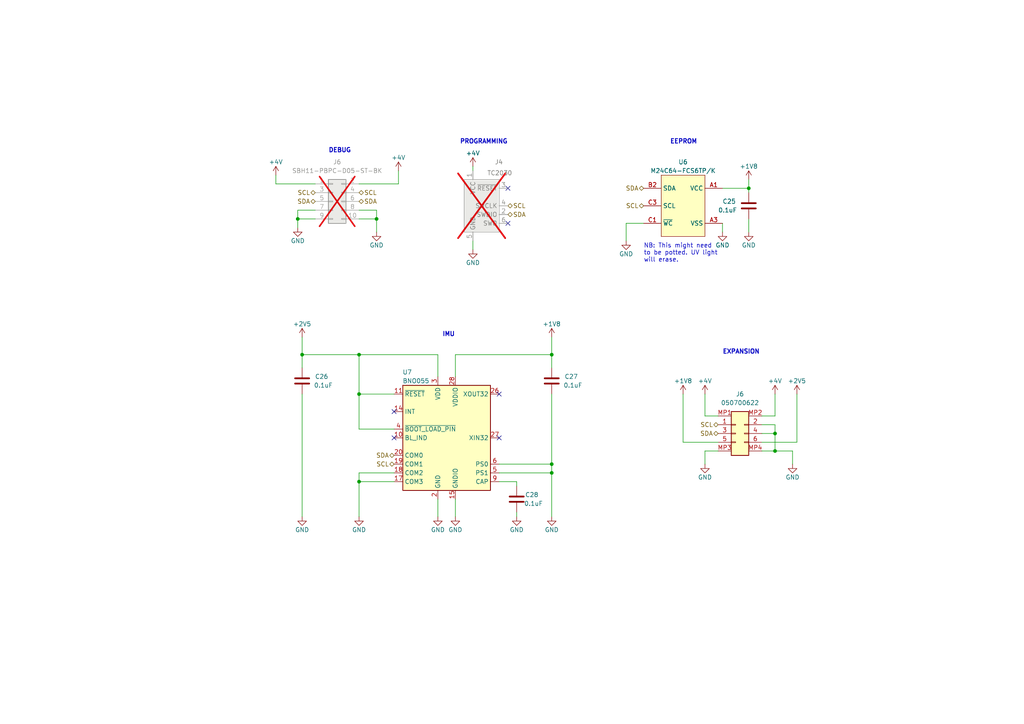
<source format=kicad_sch>
(kicad_sch (version 20230121) (generator eeschema)
  (paper "A4")
  (title_block (title "ONIX Neuropixels 2.0 Economical Headstage") (rev "B") (company "Open Ephys, Inc") (comment 1 "Jonathan P. Newman"))
  (lib_symbols
    (symbol "Connector:Conn_ARM_SWD_TagConnect_TC2030" (in_bom no)
      (property "Reference" "J" (at 2.54 11.43 0))
      (property "Value" "Conn_ARM_SWD_TagConnect_TC2030" (at 5.08 8.89 0))
      (symbol "Conn_ARM_SWD_TagConnect_TC2030_0_0"
        (pin power_in line (at -2.54 10.16 270) (length 2.54) (name "VCC") (number "1"))
        (pin bidirectional line (at 7.62 -2.54 180) (length 2.54) (name "SWDIO") (number "2"))
        (pin open_collector line (at 7.62 5.08 180) (length 2.54) (name "~{RESET}") (number "3"))
        (pin output line (at 7.62 0 180) (length 2.54) (name "SWCLK") (number "4"))
        (pin power_in line (at -2.54 -10.16 90) (length 2.54) (name "GND") (number "5"))
        (pin input line (at 7.62 -5.08 180) (length 2.54) (name "SWO") (number "6"))
      )
      (symbol "Conn_ARM_SWD_TagConnect_TC2030_0_1"
        (rectangle (start -5.08 7.62) (end 5.08 -7.62) (fill (type background)))
      )
    )
    (symbol "Connector_Generic:Conn_02x05_Odd_Even" (pin_names (offset 1.016) hide)
      (property "Reference" "J" (at 1.27 7.62 0))
      (property "Value" "Conn_02x05_Odd_Even" (at 1.27 -7.62 0))
      (symbol "Conn_02x05_Odd_Even_1_1"
        (rectangle (start -1.27 -4.953) (end 0 -5.207) (stroke (width 0.1524)))
        (rectangle (start -1.27 -2.413) (end 0 -2.667) (stroke (width 0.1524)))
        (rectangle (start -1.27 0.127) (end 0 -0.127) (stroke (width 0.1524)))
        (rectangle (start -1.27 2.667) (end 0 2.413) (stroke (width 0.1524)))
        (rectangle (start -1.27 5.207) (end 0 4.953) (stroke (width 0.1524)))
        (rectangle (start -1.27 6.35) (end 3.81 -6.35) (stroke (width 0.254)) (fill (type background)))
        (rectangle (start 3.81 -4.953) (end 2.54 -5.207) (stroke (width 0.1524)))
        (rectangle (start 3.81 -2.413) (end 2.54 -2.667) (stroke (width 0.1524)))
        (rectangle (start 3.81 0.127) (end 2.54 -0.127) (stroke (width 0.1524)))
        (rectangle (start 3.81 2.667) (end 2.54 2.413) (stroke (width 0.1524)))
        (rectangle (start 3.81 5.207) (end 2.54 4.953) (stroke (width 0.1524)))
        (pin passive line (at -5.08 5.08 0) (length 3.81) (name "Pin_1") (number "1"))
        (pin passive line (at 7.62 -5.08 180) (length 3.81) (name "Pin_10") (number "10"))
        (pin passive line (at 7.62 5.08 180) (length 3.81) (name "Pin_2") (number "2"))
        (pin passive line (at -5.08 2.54 0) (length 3.81) (name "Pin_3") (number "3"))
        (pin passive line (at 7.62 2.54 180) (length 3.81) (name "Pin_4") (number "4"))
        (pin passive line (at -5.08 0 0) (length 3.81) (name "Pin_5") (number "5"))
        (pin passive line (at 7.62 0 180) (length 3.81) (name "Pin_6") (number "6"))
        (pin passive line (at -5.08 -2.54 0) (length 3.81) (name "Pin_7") (number "7"))
        (pin passive line (at 7.62 -2.54 180) (length 3.81) (name "Pin_8") (number "8"))
        (pin passive line (at -5.08 -5.08 0) (length 3.81) (name "Pin_9") (number "9"))
      )
    )
    (symbol "Device:C" (pin_numbers hide) (pin_names (offset 0.254))
      (property "Reference" "C" (at 0.635 2.54 0))
      (property "Value" "C" (at 0.635 -2.54 0))
      (symbol "C_0_1"
        (polyline (pts (xy -2.032 -0.762) (xy 2.032 -0.762)) (stroke (width 0.508)))
        (polyline (pts (xy -2.032 0.762) (xy 2.032 0.762)) (stroke (width 0.508)))
      )
      (symbol "C_1_1"
        (pin passive line (at 0 3.81 270) (length 2.794) (name "~") (number "1"))
        (pin passive line (at 0 -3.81 90) (length 2.794) (name "~") (number "2"))
      )
    )
    (symbol "Sensor_Motion:BNO055"
      (property "Reference" "U" (at -11.43 16.51 0))
      (property "Value" "BNO055" (at 12.7 16.51 0))
      (symbol "BNO055_0_1"
        (rectangle (start -12.7 15.24) (end 12.7 -15.24) (stroke (width 0.254)) (fill (type background)))
      )
      (symbol "BNO055_1_1"
        (pin no_connect line (at -12.7 10.16 0) (length 2.54) hide (name "PIN1") (number "1"))
        (pin output line (at -15.24 0 0) (length 2.54) (name "BL_IND") (number "10"))
        (pin input line (at -15.24 12.7 0) (length 2.54) (name "~{RESET}") (number "11"))
        (pin no_connect line (at 12.7 10.16 180) (length 2.54) hide (name "PIN12") (number "12"))
        (pin no_connect line (at 12.7 7.62 180) (length 2.54) hide (name "PIN13") (number "13"))
        (pin output line (at -15.24 7.62 0) (length 2.54) (name "INT") (number "14"))
        (pin power_in line (at 2.54 -17.78 90) (length 2.54) (name "GNDIO") (number "15"))
        (pin passive line (at 2.54 -17.78 90) (length 2.54) hide (name "GNDIO") (number "16"))
        (pin input line (at -15.24 -12.7 0) (length 2.54) (name "COM3") (number "17"))
        (pin passive line (at -15.24 -10.16 0) (length 2.54) (name "COM2") (number "18"))
        (pin bidirectional line (at -15.24 -7.62 0) (length 2.54) (name "COM1") (number "19"))
        (pin power_in line (at -2.54 -17.78 90) (length 2.54) (name "GND") (number "2"))
        (pin bidirectional line (at -15.24 -5.08 0) (length 2.54) (name "COM0") (number "20"))
        (pin no_connect line (at 12.7 5.08 180) (length 2.54) hide (name "PIN21") (number "21"))
        (pin no_connect line (at 12.7 2.54 180) (length 2.54) hide (name "PIN22") (number "22"))
        (pin no_connect line (at 12.7 -2.54 180) (length 2.54) hide (name "PIN23") (number "23"))
        (pin no_connect line (at 12.7 -5.08 180) (length 2.54) hide (name "PIN24") (number "24"))
        (pin passive line (at 2.54 -17.78 90) (length 2.54) hide (name "GNDIO") (number "25"))
        (pin output line (at 15.24 12.7 180) (length 2.54) (name "XOUT32") (number "26"))
        (pin input line (at 15.24 0 180) (length 2.54) (name "XIN32") (number "27"))
        (pin power_in line (at 2.54 17.78 270) (length 2.54) (name "VDDIO") (number "28"))
        (pin power_in line (at -2.54 17.78 270) (length 2.54) (name "VDD") (number "3"))
        (pin input line (at -15.24 2.54 0) (length 2.54) (name "~{BOOT_LOAD_PIN}") (number "4"))
        (pin input line (at 15.24 -10.16 180) (length 2.54) (name "PS1") (number "5"))
        (pin input line (at 15.24 -7.62 180) (length 2.54) (name "PS0") (number "6"))
        (pin no_connect line (at -12.7 5.08 0) (length 2.54) hide (name "PIN7") (number "7"))
        (pin no_connect line (at -12.7 -2.54 0) (length 2.54) hide (name "PIN8") (number "8"))
        (pin passive line (at 15.24 -12.7 180) (length 2.54) (name "CAP") (number "9"))
      )
    )
    (symbol "jonnew:24Cxx-WC"
      (property "Reference" "U" (at 0 12.7 0))
      (property "Value" "24Cxx-WC" (at 0 10.16 0))
      (symbol "24Cxx-WC_0_1"
        (rectangle (start -6.35 8.89) (end 6.35 -8.89) (fill (type background)))
      )
      (symbol "24Cxx-WC_1_1"
        (pin power_in line (at -11.43 5.08 0) (length 5.08) (name "VCC") (number "A1"))
        (pin power_in line (at -11.43 -5.08 0) (length 5.08) (name "VSS") (number "A3"))
        (pin open_collector line (at 11.43 5.08 180) (length 5.08) (name "SDA") (number "B2"))
        (pin input line (at 11.43 -5.08 180) (length 5.08) (name "~{WC}") (number "C1"))
        (pin open_collector line (at 11.43 0 180) (length 5.08) (name "SCL") (number "C3"))
      )
    )
    (symbol "jonnew:Conn_02x3_Odd_Even_4Mech" (pin_names hide)
      (property "Reference" "J" (at 0 11.43 0))
      (property "Value" "Conn_02x3_Odd_Even_4Mech" (at 1.27 8.89 0))
      (symbol "Conn_02x3_Odd_Even_4Mech_1_1"
        (rectangle (start -2.54 -2.413) (end -1.27 -2.667) (stroke (width 0.1524)))
        (rectangle (start -2.54 0.127) (end -1.27 -0.127) (stroke (width 0.1524)))
        (rectangle (start -2.54 2.667) (end -1.27 2.413) (stroke (width 0.1524)))
        (rectangle (start -2.54 6.35) (end 2.54 -6.35) (stroke (width 0.254)) (fill (type background)))
        (rectangle (start 2.54 -2.413) (end 1.27 -2.667) (stroke (width 0.1524)))
        (rectangle (start 2.54 0.127) (end 1.27 -0.127) (stroke (width 0.1524)))
        (rectangle (start 2.54 2.667) (end 1.27 2.413) (stroke (width 0.1524)))
        (pin passive line (at -6.35 2.54 0) (length 3.81) (name "Pin_1") (number "1"))
        (pin passive line (at 6.35 2.54 180) (length 3.81) (name "Pin_2") (number "2"))
        (pin passive line (at -6.35 0 0) (length 3.81) (name "Pin_3") (number "3"))
        (pin passive line (at 6.35 0 180) (length 3.81) (name "Pin_4") (number "4"))
        (pin passive line (at -6.35 -2.54 0) (length 3.81) (name "Pin_5") (number "5"))
        (pin passive line (at 6.35 -2.54 180) (length 3.81) (name "Pin_6") (number "6"))
        (pin passive line (at -6.35 5.08 0) (length 3.81) (name "MountPin1") (number "MP1"))
        (pin passive line (at 6.35 5.08 180) (length 3.81) (name "MountPin2") (number "MP2"))
        (pin passive line (at -6.35 -5.08 0) (length 3.81) (name "MountPin3") (number "MP3"))
        (pin passive line (at 6.35 -5.08 180) (length 3.81) (name "MountPin4") (number "MP4"))
      )
    )
    (symbol "power:+1V8" (power) (pin_names (offset 0))
      (property "Value" "+1V8" (at 0 3.556 0))
      (symbol "+1V8_0_1"
        (polyline (pts (xy -0.762 1.27) (xy 0 2.54)))
        (polyline (pts (xy 0 0) (xy 0 2.54)))
        (polyline (pts (xy 0 2.54) (xy 0.762 1.27)))
      )
      (symbol "+1V8_1_1"
        (pin power_in line (at 0 0 90) (length 0) hide (name "+1V8") (number "1"))
      )
    )
    (symbol "power:+2V5" (power) (pin_names (offset 0))
      (property "Value" "+2V5" (at 0 3.556 0))
      (symbol "+2V5_0_1"
        (polyline (pts (xy -0.762 1.27) (xy 0 2.54)))
        (polyline (pts (xy 0 0) (xy 0 2.54)))
        (polyline (pts (xy 0 2.54) (xy 0.762 1.27)))
      )
      (symbol "+2V5_1_1"
        (pin power_in line (at 0 0 90) (length 0) hide (name "+2V5") (number "1"))
      )
    )
    (symbol "power:+4V" (power) (pin_names (offset 0))
      (property "Value" "+4V" (at 0 3.556 0))
      (symbol "+4V_0_1"
        (polyline (pts (xy -0.762 1.27) (xy 0 2.54)))
        (polyline (pts (xy 0 0) (xy 0 2.54)))
        (polyline (pts (xy 0 2.54) (xy 0.762 1.27)))
      )
      (symbol "+4V_1_1"
        (pin power_in line (at 0 0 90) (length 0) hide (name "+4V") (number "1"))
      )
    )
    (symbol "power:GND" (power) (pin_names (offset 0))
      (property "Value" "GND" (at 0 -3.81 0))
      (symbol "GND_0_1"
        (polyline (pts (xy 0 0) (xy 0 -1.27) (xy 1.27 -1.27) (xy 0 -2.54) (xy -1.27 -1.27) (xy 0 -1.27)))
      )
      (symbol "GND_1_1"
        (pin power_in line (at 0 0 270) (length 0) hide (name "GND") (number "1"))
      )
    )
  )
  (junction (at 109.22 63.5))
  (junction (at 224.79 130.81))
  (junction (at 217.17 54.61))
  (junction (at 160.02 102.87))
  (junction (at 160.02 137.16))
  (junction (at 160.02 134.62))
  (junction (at 104.14 139.7))
  (junction (at 104.14 102.87))
  (junction (at 104.14 114.3))
  (junction (at 86.36 63.5))
  (junction (at 224.79 125.73))
  (junction (at 87.63 102.87))
  (no_connect (at 114.3 127))
  (no_connect (at 147.32 64.77))
  (no_connect (at 144.78 127))
  (no_connect (at 114.3 119.38))
  (no_connect (at 144.78 114.3))
  (no_connect (at 147.32 54.61))
  (wire (pts (xy 115.57 53.34) (xy 115.57 49.53)))
  (wire (pts (xy 114.3 139.7) (xy 104.14 139.7)))
  (wire (pts (xy 217.17 55.88) (xy 217.17 54.61)))
  (wire (pts (xy 104.14 124.46) (xy 114.3 124.46)))
  (wire (pts (xy 160.02 149.86) (xy 160.02 137.16)))
  (wire (pts (xy 160.02 106.68) (xy 160.02 102.87)))
  (wire (pts (xy 87.63 102.87) (xy 87.63 106.68)))
  (wire (pts (xy 144.78 134.62) (xy 160.02 134.62)))
  (wire (pts (xy 217.17 52.07) (xy 217.17 54.61)))
  (wire (pts (xy 87.63 102.87) (xy 104.14 102.87)))
  (wire (pts (xy 114.3 137.16) (xy 104.14 137.16)))
  (wire (pts (xy 231.14 128.27) (xy 231.14 114.3)))
  (wire (pts (xy 220.98 130.81) (xy 224.79 130.81)))
  (wire (pts (xy 104.14 60.96) (xy 109.22 60.96)))
  (wire (pts (xy 104.14 114.3) (xy 104.14 124.46)))
  (wire (pts (xy 104.14 137.16) (xy 104.14 139.7)))
  (wire (pts (xy 104.14 139.7) (xy 104.14 149.86)))
  (wire (pts (xy 132.08 144.78) (xy 132.08 149.86)))
  (wire (pts (xy 208.28 130.81) (xy 204.47 130.81)))
  (wire (pts (xy 204.47 120.65) (xy 208.28 120.65)))
  (wire (pts (xy 132.08 109.22) (xy 132.08 102.87)))
  (wire (pts (xy 104.14 114.3) (xy 114.3 114.3)))
  (wire (pts (xy 209.55 54.61) (xy 217.17 54.61)))
  (wire (pts (xy 104.14 63.5) (xy 109.22 63.5)))
  (wire (pts (xy 104.14 102.87) (xy 127 102.87)))
  (wire (pts (xy 86.36 63.5) (xy 86.36 66.04)))
  (wire (pts (xy 91.44 53.34) (xy 80.01 53.34)))
  (wire (pts (xy 224.79 130.81) (xy 229.87 130.81)))
  (wire (pts (xy 220.98 120.65) (xy 224.79 120.65)))
  (wire (pts (xy 127 144.78) (xy 127 149.86)))
  (wire (pts (xy 208.28 128.27) (xy 198.12 128.27)))
  (wire (pts (xy 224.79 123.19) (xy 224.79 125.73)))
  (wire (pts (xy 86.36 60.96) (xy 86.36 63.5)))
  (wire (pts (xy 144.78 139.7) (xy 149.86 139.7)))
  (wire (pts (xy 160.02 114.3) (xy 160.02 134.62)))
  (wire (pts (xy 87.63 114.3) (xy 87.63 149.86)))
  (wire (pts (xy 86.36 63.5) (xy 91.44 63.5)))
  (wire (pts (xy 198.12 114.3) (xy 198.12 128.27)))
  (wire (pts (xy 127 109.22) (xy 127 102.87)))
  (wire (pts (xy 104.14 53.34) (xy 115.57 53.34)))
  (wire (pts (xy 220.98 125.73) (xy 224.79 125.73)))
  (wire (pts (xy 220.98 123.19) (xy 224.79 123.19)))
  (wire (pts (xy 229.87 130.81) (xy 229.87 134.62)))
  (wire (pts (xy 87.63 97.79) (xy 87.63 102.87)))
  (wire (pts (xy 217.17 63.5) (xy 217.17 67.31)))
  (wire (pts (xy 204.47 114.3) (xy 204.47 120.65)))
  (wire (pts (xy 209.55 64.77) (xy 209.55 67.31)))
  (wire (pts (xy 137.16 48.26) (xy 137.16 49.53)))
  (wire (pts (xy 137.16 69.85) (xy 137.16 72.39)))
  (wire (pts (xy 224.79 125.73) (xy 224.79 130.81)))
  (wire (pts (xy 181.61 69.85) (xy 181.61 64.77)))
  (wire (pts (xy 160.02 137.16) (xy 160.02 134.62)))
  (wire (pts (xy 224.79 114.3) (xy 224.79 120.65)))
  (wire (pts (xy 91.44 60.96) (xy 86.36 60.96)))
  (wire (pts (xy 109.22 60.96) (xy 109.22 63.5)))
  (wire (pts (xy 181.61 64.77) (xy 186.69 64.77)))
  (wire (pts (xy 149.86 148.59) (xy 149.86 149.86)))
  (wire (pts (xy 160.02 97.79) (xy 160.02 102.87)))
  (wire (pts (xy 220.98 128.27) (xy 231.14 128.27)))
  (wire (pts (xy 80.01 53.34) (xy 80.01 50.8)))
  (wire (pts (xy 204.47 130.81) (xy 204.47 134.62)))
  (wire (pts (xy 149.86 139.7) (xy 149.86 140.97)))
  (wire (pts (xy 104.14 102.87) (xy 104.14 114.3)))
  (wire (pts (xy 144.78 137.16) (xy 160.02 137.16)))
  (wire (pts (xy 109.22 63.5) (xy 109.22 67.31)))
  (wire (pts (xy 132.08 102.87) (xy 160.02 102.87)))
  (text "EEPROM" (at 194.31 41.91 0) (effects (font (size 1.27 1.27) (thickness 0.254) bold) (justify left bottom)))
  (text "DEBUG" (at 95.25 44.45 0) (effects (font (size 1.27 1.27) (thickness 0.254) bold) (justify left bottom)))
  (text "PROGRAMMING" (at 133.35 41.91 0) (effects (font (size 1.27 1.27) (thickness 0.254) bold) (justify left bottom)))
  (text "IMU" (at 128.27 97.79 0) (effects (font (size 1.27 1.27) (thickness 0.254) bold) (justify left bottom)))
  (text "NB: This might need\nto be potted. UV light\nwill erase." (at 186.69 76.2 0) (effects (font (size 1.27 1.27)) (justify left bottom)))
  (text "EXPANSION" (at 209.55 102.87 0) (effects (font (size 1.27 1.27) (thickness 0.254) bold) (justify left bottom)))
  (hierarchical_label "SCL" (shape bidirectional) (at 91.44 55.88 180))
  (hierarchical_label "SDA" (shape bidirectional) (at 186.69 54.61 180))
  (hierarchical_label "SDA" (shape bidirectional) (at 114.3 132.08 180))
  (hierarchical_label "SCL" (shape bidirectional) (at 208.28 123.19 180))
  (hierarchical_label "SDA" (shape bidirectional) (at 147.32 62.23 0))
  (hierarchical_label "SDA" (shape bidirectional) (at 91.44 58.42 180))
  (hierarchical_label "SDA" (shape bidirectional) (at 208.28 125.73 180))
  (hierarchical_label "SCL" (shape bidirectional) (at 114.3 134.62 180))
  (hierarchical_label "SCL" (shape bidirectional) (at 186.69 59.69 180))
  (hierarchical_label "SDA" (shape bidirectional) (at 104.14 58.42 0))
  (hierarchical_label "SCL" (shape bidirectional) (at 104.14 55.88 0))
  (hierarchical_label "SCL" (shape bidirectional) (at 147.32 59.69 0))
  (symbol (lib_id "power:GND") (at 137.16 72.39 0) (mirror y) (unit 1)
    (property "Reference" "#PWR060" (effects hide))
    (property "Value" "GND" (at 137.16 76.2 0))
    (instances (project "headstage-neuropix2e" (path "" (reference "#PWR060") (unit 1)) (path "" (reference "#PWR067") (unit 1))))
  )
  (symbol (lib_id "power:+4V") (at 80.01 50.8 0) (mirror y) (unit 1)
    (property "Reference" "#PWR06" (effects hide))
    (property "Value" "+4V" (at 80.01 46.99 0))
    (instances (project "headstage-neuropix2e" (path "" (reference "#PWR06") (unit 1)) (path "" (reference "#PWR074") (unit 1)) (path "" (reference "#PWR060") (unit 1))))
  )
  (symbol (lib_id "Sensor_Motion:BNO055") (at 129.54 127 0) (unit 1)
    (property "Reference" "U7" (at 118.11 107.95 0))
    (property "Value" "BNO055" (at 120.65 110.49 0))
    (property "Footprint" "Package_LGA:LGA-28_5.2x3.8mm_P0.5mm" (effects hide))
    (property "Datasheet" "https://www.bosch-sensortec.com/media/boschsensortec/downloads/datasheets/bst-bno055-ds000.pdf" (effects hide))
    (property "OEPS PN" "??" (effects hide))
  )
  (symbol (lib_id "power:GND") (at 160.02 149.86 0) (unit 1)
    (property "Reference" "#PWR081" (effects hide))
    (property "Value" "GND" (at 160.02 153.67 0))
  )
  (symbol (lib_id "power:+4V") (at 204.47 114.3 0) (unit 1)
    (property "Reference" "#PWR015" (effects hide))
    (property "Value" "+4V" (at 204.47 110.49 0))
    (instances (project "headstage-neuropix2e" (path "" (reference "#PWR015") (unit 1)) (path "" (reference "#PWR071") (unit 1))))
  )
  (symbol (lib_id "power:GND") (at 109.22 67.31 0) (mirror y) (unit 1)
    (property "Reference" "#PWR077" (effects hide))
    (property "Value" "GND" (at 109.22 71.12 0))
    (instances (project "headstage-neuropix2e" (path "" (reference "#PWR077") (unit 1)) (path "" (reference "#PWR063") (unit 1))))
  )
  (symbol (lib_id "power:GND") (at 86.36 66.04 0) (mirror y) (unit 1)
    (property "Reference" "#PWR076" (effects hide))
    (property "Value" "GND" (at 86.36 69.85 0))
    (instances (project "headstage-neuropix2e" (path "" (reference "#PWR076") (unit 1)) (path "" (reference "#PWR062") (unit 1))))
  )
  (symbol (lib_id "power:GND") (at 209.55 67.31 0) (unit 1)
    (property "Reference" "#PWR064" (effects hide))
    (property "Value" "GND" (at 209.55 71.12 0))
  )
  (symbol (lib_id "jonnew:Conn_02x3_Odd_Even_4Mech") (at 214.63 125.73 0) (unit 1)
    (property "Reference" "J6" (at 214.63 114.3 0))
    (property "Value" "050700622" (at 214.63 116.84 0))
    (property "Footprint" "jonnew:MOLEX_5050700622" (effects hide))
    (property "OEPS PN" "??" (effects hide))
  )
  (symbol (lib_id "power:GND") (at 217.17 67.31 0) (unit 1)
    (property "Reference" "#PWR065" (effects hide))
    (property "Value" "GND" (at 217.17 71.12 0))
  )
  (symbol (lib_id "power:+1V8") (at 160.02 97.79 0) (unit 1)
    (property "Reference" "#PWR069" (effects hide))
    (property "Value" "+1V8" (at 160.02 93.98 0))
  )
  (symbol (lib_id "power:GND") (at 204.47 134.62 0) (unit 1)
    (property "Reference" "#PWR074" (effects hide))
    (property "Value" "GND" (at 204.47 138.43 0))
  )
  (symbol (lib_id "Device:C") (at 217.17 59.69 0) (mirror x) (unit 1)
    (property "Reference" "C25" (at 209.55 58.42 0) (effects (justify left)))
    (property "Value" "0.1uF" (at 208.28 60.96 0) (effects (justify left)))
    (property "Footprint" "Capacitor_SMD:C_0201_0603Metric" (effects hide))
    (property "TempCo" "X7R" (effects hide))
    (property "Voltage" "25V" (effects hide))
    (property "CASE/PACKAGE" "0201" (effects hide))
    (property "OEPS PN" "??" (effects hide))
  )
  (symbol (lib_id "power:GND") (at 127 149.86 0) (unit 1)
    (property "Reference" "#PWR078" (effects hide))
    (property "Value" "GND" (at 127 153.67 0))
  )
  (symbol (lib_id "power:+1V8") (at 198.12 114.3 0) (mirror y) (unit 1)
    (property "Reference" "#PWR070" (effects hide))
    (property "Value" "+1V8" (at 198.12 110.49 0))
  )
  (symbol (lib_id "jonnew:24Cxx-WC") (at 198.12 59.69 0) (mirror y) (unit 1)
    (property "Reference" "U6" (at 198.12 46.99 0))
    (property "Value" "M24C64-FCS6TP/K" (at 198.12 49.53 0))
    (property "Footprint" "jonnew:ST_WLCSP5-0.959x1.073" (effects hide))
    (property "Datasheet" "https://www.st.com/content/ccc/resource/technical/document/datasheet/5c/df/52/a5/15/f2/48/bd/CD00259166.pdf/files/CD00259166.pdf/jcr:content/translations/en.CD00259166.pdf#page=5&zoom=100,0,350" (effects hide))
    (property "OEPS PN" "??" (effects hide))
  )
  (symbol (lib_id "power:+2V5") (at 231.14 114.3 0) (unit 1)
    (property "Reference" "#PWR073" (effects hide))
    (property "Value" "+2V5" (at 231.14 110.49 0))
  )
  (symbol (lib_id "power:+4V") (at 115.57 49.53 0) (mirror y) (unit 1)
    (property "Reference" "#PWR06" (effects hide))
    (property "Value" "+4V" (at 115.57 45.72 0))
    (instances (project "headstage-neuropix2e" (path "" (reference "#PWR06") (unit 1)) (path "" (reference "#PWR075") (unit 1)) (path "" (reference "#PWR059") (unit 1))))
  )
  (symbol (lib_id "Device:C") (at 87.63 110.49 180) (unit 1)
    (property "Reference" "C26" (at 95.25 109.22 0) (effects (justify left)))
    (property "Value" "0.1uF" (at 96.52 111.76 0) (effects (justify left)))
    (property "Footprint" "Capacitor_SMD:C_0201_0603Metric" (effects hide))
    (property "TempCo" "X7R" (effects hide))
    (property "Voltage" "25V" (effects hide))
    (property "CASE/PACKAGE" "0201" (effects hide))
    (property "OEPS PN" "??" (effects hide))
  )
  (symbol (lib_id "power:GND") (at 87.63 149.86 0) (unit 1)
    (property "Reference" "#PWR076" (effects hide))
    (property "Value" "GND" (at 87.63 153.67 0))
  )
  (symbol (lib_id "power:GND") (at 229.87 134.62 0) (unit 1)
    (property "Reference" "#PWR075" (effects hide))
    (property "Value" "GND" (at 229.87 138.43 0))
  )
  (symbol (lib_id "power:+4V") (at 224.79 114.3 0) (unit 1)
    (property "Reference" "#PWR015" (effects hide))
    (property "Value" "+4V" (at 224.79 110.49 0))
    (instances (project "headstage-neuropix2e" (path "" (reference "#PWR015") (unit 1)) (path "" (reference "#PWR072") (unit 1))))
  )
  (symbol (lib_id "power:GND") (at 149.86 149.86 0) (unit 1)
    (property "Reference" "#PWR080" (effects hide))
    (property "Value" "GND" (at 149.86 153.67 0))
  )
  (symbol (lib_id "Connector:Conn_ARM_SWD_TagConnect_TC2030") (at 139.7 59.69 0) (unit 1) (in_bom no) (dnp yes)
    (property "Reference" "J4" (at 143.51 46.99 0) (effects (justify left)))
    (property "Value" "TC2030" (at 148.59 50.165 0) (effects (justify right)))
    (property "Footprint" "Connector:Tag-Connect_TC2030-IDC-FP_2x03_P1.27mm_Vertical" (effects hide))
    (property "Datasheet" "https://www.tag-connect.com/wp-content/uploads/bsk-pdf-manager/TC2030-CTX_1.pdf" (effects hide))
    (property "OEPS PN" "??" (effects hide))
    (instances (project "headstage-neuropix2e" (path "" (reference "J4") (unit 1)) (path "" (reference "J5") (unit 1))))
  )
  (symbol (lib_id "power:+1V8") (at 217.17 52.07 0) (unit 1)
    (property "Reference" "#PWR061" (effects hide))
    (property "Value" "+1V8" (at 217.17 48.26 0))
  )
  (symbol (lib_id "power:+4V") (at 137.16 48.26 0) (mirror y) (unit 1)
    (property "Reference" "#PWR06" (effects hide))
    (property "Value" "+4V" (at 137.16 44.45 0))
    (instances (project "headstage-neuropix2e" (path "" (reference "#PWR06") (unit 1)) (path "" (reference "#PWR056") (unit 1)) (path "" (reference "#PWR058") (unit 1))))
  )
  (symbol (lib_id "power:GND") (at 181.61 69.85 0) (unit 1)
    (property "Reference" "#PWR066" (effects hide))
    (property "Value" "GND" (at 181.61 73.66 0))
  )
  (symbol (lib_id "power:GND") (at 104.14 149.86 0) (unit 1)
    (property "Reference" "#PWR077" (effects hide))
    (property "Value" "GND" (at 104.14 153.67 0))
  )
  (symbol (lib_id "power:GND") (at 132.08 149.86 0) (unit 1)
    (property "Reference" "#PWR079" (effects hide))
    (property "Value" "GND" (at 132.08 153.67 0))
  )
  (symbol (lib_id "Device:C") (at 160.02 110.49 180) (unit 1)
    (property "Reference" "C27" (at 167.64 109.22 0) (effects (justify left)))
    (property "Value" "0.1uF" (at 168.91 111.76 0) (effects (justify left)))
    (property "Footprint" "Capacitor_SMD:C_0201_0603Metric" (effects hide))
    (property "TempCo" "X7R" (effects hide))
    (property "Voltage" "25V" (effects hide))
    (property "CASE/PACKAGE" "0201" (effects hide))
    (property "OEPS PN" "??" (effects hide))
  )
  (symbol (lib_id "power:+2V5") (at 87.63 97.79 0) (unit 1)
    (property "Reference" "#PWR068" (effects hide))
    (property "Value" "+2V5" (at 87.63 93.98 0))
  )
  (symbol (lib_id "Device:C") (at 149.86 144.78 180) (unit 1)
    (property "Reference" "C28" (at 156.21 143.51 0) (effects (justify left)))
    (property "Value" "0.1uF" (at 157.48 146.05 0) (effects (justify left)))
    (property "Footprint" "Capacitor_SMD:C_0201_0603Metric" (effects hide))
    (property "TempCo" "X7R" (effects hide))
    (property "Voltage" "25V" (effects hide))
    (property "CASE/PACKAGE" "0201" (effects hide))
    (property "OEPS PN" "??" (effects hide))
  )
  (symbol (lib_id "Connector_Generic:Conn_02x05_Odd_Even") (at 96.52 58.42 0) (unit 1) (in_bom no) (dnp yes)
    (property "Reference" "J6" (at 97.79 46.99 0))
    (property "Value" "SBH11-PBPC-D05-ST-BK" (at 97.79 49.53 0))
    (property "Footprint" "Connector_IDC:IDC-Header_2x05_P2.54mm_Vertical" (effects hide))
    (property "OEPS PN" "??" (effects hide))
    (instances (project "headstage-neuropix2e" (path "" (reference "J6") (unit 1)) (path "" (reference "J4") (unit 1))))
  )
)
</source>
